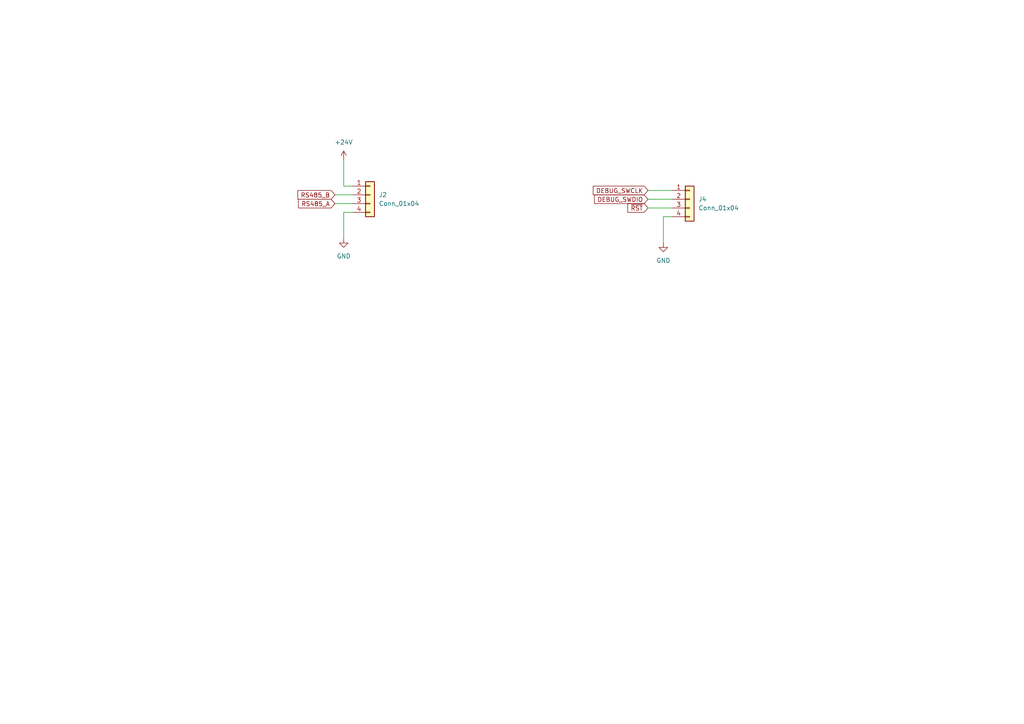
<source format=kicad_sch>
(kicad_sch (version 20230121) (generator eeschema)
  (paper "A4")
  (lib_symbols
    (symbol "Connector_Generic:Conn_01x04" (pin_names (offset 1.016) hide)
      (property "Reference" "J" (at 0 5.08 0))
      (property "Value" "Conn_01x04" (at 0 -7.62 0))
      (symbol "Conn_01x04_1_1"
        (rectangle (start -1.27 -4.953) (end 0 -5.207) (stroke (width 0.1524)))
        (rectangle (start -1.27 -2.413) (end 0 -2.667) (stroke (width 0.1524)))
        (rectangle (start -1.27 0.127) (end 0 -0.127) (stroke (width 0.1524)))
        (rectangle (start -1.27 2.667) (end 0 2.413) (stroke (width 0.1524)))
        (rectangle (start -1.27 3.81) (end 1.27 -6.35) (stroke (width 0.254)) (fill (type background)))
        (pin passive line (at -5.08 2.54 0) (length 3.81) (name "Pin_1") (number "1"))
        (pin passive line (at -5.08 0 0) (length 3.81) (name "Pin_2") (number "2"))
        (pin passive line (at -5.08 -2.54 0) (length 3.81) (name "Pin_3") (number "3"))
        (pin passive line (at -5.08 -5.08 0) (length 3.81) (name "Pin_4") (number "4"))
      )
    )
    (symbol "power:+24V" (power) (pin_names (offset 0))
      (property "Value" "+24V" (at 0 3.556 0))
      (symbol "+24V_0_1"
        (polyline (pts (xy -0.762 1.27) (xy 0 2.54)))
        (polyline (pts (xy 0 0) (xy 0 2.54)))
        (polyline (pts (xy 0 2.54) (xy 0.762 1.27)))
      )
      (symbol "+24V_1_1"
        (pin power_in line (at 0 0 90) (length 0) hide (name "+24V") (number "1"))
      )
    )
    (symbol "power:GND" (power) (pin_names (offset 0))
      (property "Value" "GND" (at 0 -3.81 0))
      (symbol "GND_0_1"
        (polyline (pts (xy 0 0) (xy 0 -1.27) (xy 1.27 -1.27) (xy 0 -2.54) (xy -1.27 -1.27) (xy 0 -1.27)))
      )
      (symbol "GND_1_1"
        (pin power_in line (at 0 0 270) (length 0) hide (name "GND") (number "1"))
      )
    )
  )
  (wire (pts (xy 99.695 46.355) (xy 99.695 53.975)))
  (wire (pts (xy 187.96 60.325) (xy 194.945 60.325)))
  (wire (pts (xy 99.695 61.595) (xy 102.235 61.595)))
  (wire (pts (xy 192.405 70.485) (xy 192.405 62.865)))
  (wire (pts (xy 97.155 59.055) (xy 102.235 59.055)))
  (wire (pts (xy 187.96 55.245) (xy 194.945 55.245)))
  (wire (pts (xy 187.96 57.785) (xy 194.945 57.785)))
  (wire (pts (xy 97.155 56.515) (xy 102.235 56.515)))
  (wire (pts (xy 99.695 69.215) (xy 99.695 61.595)))
  (wire (pts (xy 99.695 53.975) (xy 102.235 53.975)))
  (wire (pts (xy 192.405 62.865) (xy 194.945 62.865)))
  (global_label "RS485_B" (shape input) (at 97.155 56.515 180) (property "Intersheetrefs" "${INTERSHEET_REFS}" (effects hide)))
  (global_label "DEBUG_SWCLK" (shape input) (at 187.96 55.245 180) (property "Intersheetrefs" "${INTERSHEET_REFS}" (effects hide)))
  (global_label "DEBUG_SWDIO" (shape input) (at 187.96 57.785 180) (property "Intersheetrefs" "${INTERSHEET_REFS}" (effects hide)))
  (global_label "RS485_A" (shape input) (at 97.155 59.055 180) (property "Intersheetrefs" "${INTERSHEET_REFS}" (effects hide)))
  (global_label "~{RST}" (shape input) (at 187.96 60.325 180) (property "Intersheetrefs" "${INTERSHEET_REFS}" (effects hide)))
  (symbol (lib_id "Connector_Generic:Conn_01x04") (at 107.315 56.515 0) (unit 1)
    (property "Reference" "J2" (at 109.855 56.515 0) (effects (justify left)))
    (property "Value" "Conn_01x04" (at 109.855 59.055 0) (effects (justify left)))
    (property "Footprint" "Connector_PinSocket_2.00mm:PinSocket_1x04_P2.00mm_Vertical" (effects hide))
  )
  (symbol (lib_id "power:GND") (at 99.695 69.215 0) (unit 1)
    (property "Reference" "#PWR036" (effects hide))
    (property "Value" "GND" (at 99.695 74.295 0))
  )
  (symbol (lib_id "Connector_Generic:Conn_01x04") (at 200.025 57.785 0) (unit 1)
    (property "Reference" "J4" (at 202.565 57.785 0) (effects (justify left)))
    (property "Value" "Conn_01x04" (at 202.565 60.325 0) (effects (justify left)))
    (property "Footprint" "Connector_PinSocket_2.00mm:PinSocket_1x04_P2.00mm_Vertical" (effects hide))
  )
  (symbol (lib_id "power:+24V") (at 99.695 46.355 0) (unit 1)
    (property "Reference" "#PWR035" (effects hide))
    (property "Value" "+24V" (at 99.695 41.275 0))
  )
  (symbol (lib_id "power:GND") (at 192.405 70.485 0) (unit 1)
    (property "Reference" "#PWR041" (effects hide))
    (property "Value" "GND" (at 192.405 75.565 0))
  )
)
</source>
